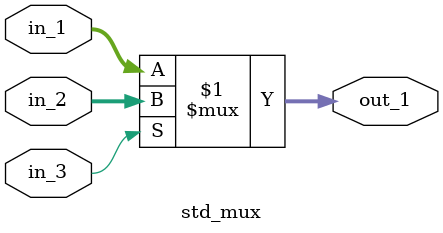
<source format=v>
module std_mux
    (
            //  Inputs
            in_1,
            in_2,
            in_3,
            //  Output
            out_1,
    );

    //  Port decleration

    input   [3:0]   in_1;
    input   [3:0]   in_2;
    input           in_3;

    output[3:0] out_1;

    //  --------------------- Design implementation------------------

    assign out_1 = in_3 ? in_2: in_1 ;

endmodule
</source>
